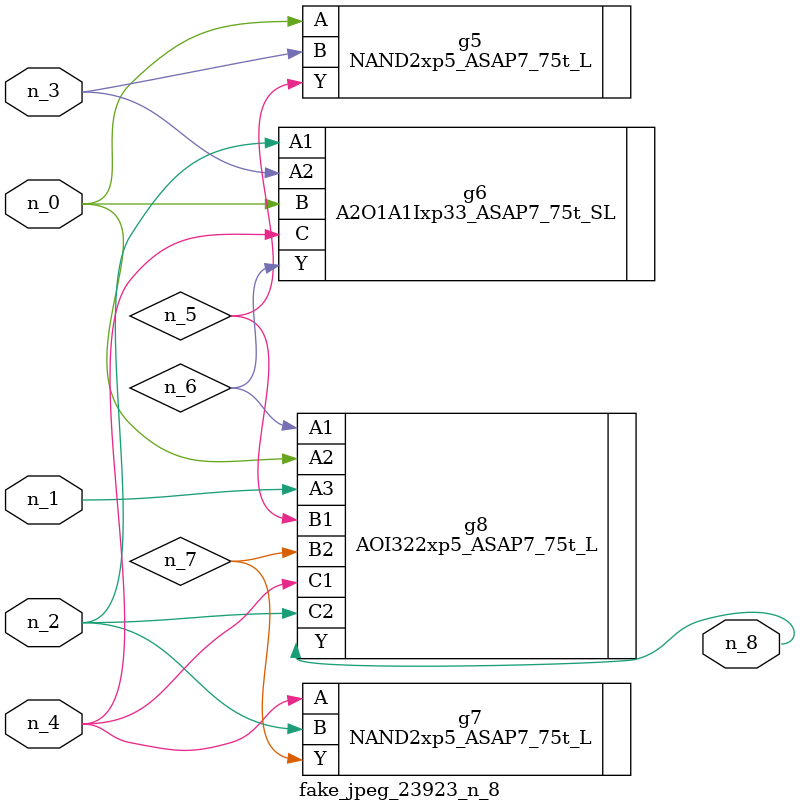
<source format=v>
module fake_jpeg_23923_n_8 (n_3, n_2, n_1, n_0, n_4, n_8);

input n_3;
input n_2;
input n_1;
input n_0;
input n_4;

output n_8;

wire n_6;
wire n_5;
wire n_7;

NAND2xp5_ASAP7_75t_L g5 ( 
.A(n_0),
.B(n_3),
.Y(n_5)
);

A2O1A1Ixp33_ASAP7_75t_SL g6 ( 
.A1(n_2),
.A2(n_3),
.B(n_0),
.C(n_4),
.Y(n_6)
);

NAND2xp5_ASAP7_75t_L g7 ( 
.A(n_4),
.B(n_2),
.Y(n_7)
);

AOI322xp5_ASAP7_75t_L g8 ( 
.A1(n_6),
.A2(n_0),
.A3(n_1),
.B1(n_5),
.B2(n_7),
.C1(n_4),
.C2(n_2),
.Y(n_8)
);


endmodule
</source>
